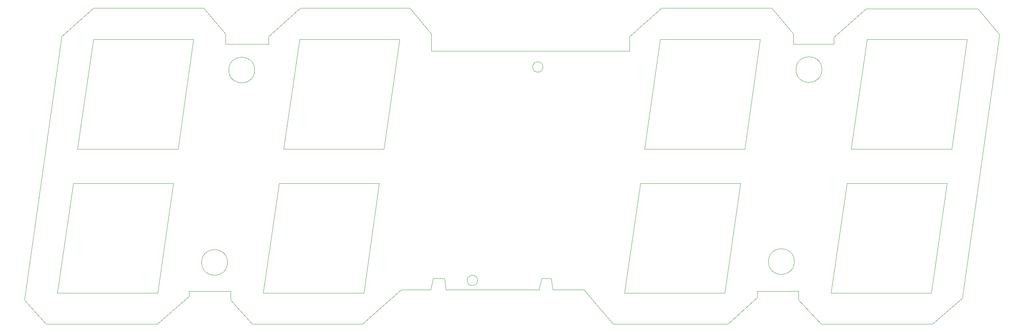
<source format=gm1>
G04 #@! TF.GenerationSoftware,KiCad,Pcbnew,9.0.1-unknown-1000.20250420git906ef8b.fc41*
G04 #@! TF.CreationDate,2025-04-27T16:22:33-07:00*
G04 #@! TF.ProjectId,2024-clock-retrofit,32303234-2d63-46c6-9f63-6b2d72657472,rev?*
G04 #@! TF.SameCoordinates,Original*
G04 #@! TF.FileFunction,Profile,NP*
%FSLAX46Y46*%
G04 Gerber Fmt 4.6, Leading zero omitted, Abs format (unit mm)*
G04 Created by KiCad (PCBNEW 9.0.1-unknown-1000.20250420git906ef8b.fc41) date 2025-04-27 16:22:33*
%MOMM*%
%LPD*%
G01*
G04 APERTURE LIST*
G04 #@! TA.AperFunction,Profile*
%ADD10C,0.050000*%
G04 #@! TD*
G04 APERTURE END LIST*
D10*
X119800000Y-126000000D02*
X119200000Y-128600000D01*
X77800000Y-136600000D02*
X103400000Y-136600000D01*
X239000000Y-103900000D02*
X235400000Y-129400000D01*
X80400000Y-129400000D02*
X84100000Y-103900000D01*
X210000000Y-77500000D02*
G75*
G02*
X204000000Y-77500000I-3000000J0D01*
G01*
X204000000Y-77500000D02*
G75*
G02*
X210000000Y-77500000I3000000J0D01*
G01*
X220500000Y-70500000D02*
X243700000Y-70500000D01*
X107300000Y-103900000D02*
X103700000Y-129400000D01*
X165400000Y-69800000D02*
X165400000Y-73200000D01*
X81600000Y-69800000D02*
X81600000Y-71600000D01*
X60600000Y-96000000D02*
X37300000Y-96000000D01*
X72800000Y-129000000D02*
X63200000Y-129000000D01*
X121000000Y-73200000D02*
X164400000Y-73200000D01*
X187500000Y-129400000D02*
X164200000Y-129400000D01*
X71600000Y-71600000D02*
X81200000Y-71600000D01*
X130100000Y-126500000D02*
G75*
G02*
X127700000Y-126500000I-1200000J0D01*
G01*
X127700000Y-126500000D02*
G75*
G02*
X130100000Y-126500000I1200000J0D01*
G01*
X195000000Y-129000000D02*
X195000000Y-130400000D01*
X203600000Y-122100000D02*
G75*
G02*
X197600000Y-122100000I-3000000J0D01*
G01*
X197600000Y-122100000D02*
G75*
G02*
X203600000Y-122100000I3000000J0D01*
G01*
X122400000Y-126000000D02*
X119800000Y-126000000D01*
X242600000Y-130600000D02*
X251200000Y-69400000D01*
X144400000Y-128600000D02*
X122800000Y-128600000D01*
X108400000Y-96000000D02*
X85100000Y-96000000D01*
X119200000Y-128600000D02*
X112400000Y-128600000D01*
X30000000Y-136600000D02*
X25000000Y-131000000D01*
X36300000Y-103900000D02*
X59500000Y-103900000D01*
X55900000Y-129400000D02*
X32600000Y-129400000D01*
X215800000Y-103900000D02*
X239000000Y-103900000D01*
X165400000Y-73200000D02*
X164400000Y-73200000D01*
X119400000Y-73200000D02*
X121000000Y-73200000D01*
X204600000Y-129000000D02*
X195000000Y-129000000D01*
X77800000Y-136600000D02*
X72800000Y-131000000D01*
X147200000Y-126000000D02*
X145000000Y-126000000D01*
X32600000Y-129400000D02*
X36300000Y-103900000D01*
X204600000Y-131000000D02*
X204600000Y-129000000D01*
X145000000Y-126000000D02*
X144400000Y-128600000D01*
X209800000Y-136600000D02*
X204600000Y-131000000D01*
X33600000Y-69800000D02*
X41000000Y-63200000D01*
X235400000Y-129400000D02*
X212100000Y-129400000D01*
X25000000Y-131000000D02*
X33600000Y-69800000D01*
X114400000Y-63200000D02*
X119400000Y-69200000D01*
X41000000Y-70500000D02*
X64200000Y-70500000D01*
X243700000Y-70500000D02*
X240100000Y-96000000D01*
X188200000Y-136600000D02*
X161600000Y-136600000D01*
X192100000Y-96000000D02*
X168800000Y-96000000D01*
X154800000Y-128600000D02*
X147600000Y-128600000D01*
X88800000Y-70500000D02*
X112000000Y-70500000D01*
X168800000Y-96000000D02*
X172500000Y-70500000D01*
X89000000Y-63200000D02*
X114400000Y-63200000D01*
X212100000Y-129400000D02*
X215800000Y-103900000D01*
X161600000Y-136600000D02*
X154800000Y-128600000D01*
X235600000Y-136600000D02*
X209800000Y-136600000D01*
X37300000Y-96000000D02*
X41000000Y-70500000D01*
X246200000Y-63400000D02*
X251200000Y-69400000D01*
X112000000Y-70500000D02*
X108400000Y-96000000D01*
X63200000Y-130200000D02*
X55800000Y-136600000D01*
X216800000Y-96000000D02*
X220500000Y-70500000D01*
X85100000Y-96000000D02*
X88800000Y-70500000D01*
X195000000Y-130400000D02*
X188200000Y-136600000D01*
X81600000Y-69800000D02*
X89000000Y-63200000D01*
X78400000Y-77600000D02*
G75*
G02*
X72400000Y-77600000I-3000000J0D01*
G01*
X72400000Y-77600000D02*
G75*
G02*
X78400000Y-77600000I3000000J0D01*
G01*
X203400000Y-71600000D02*
X212600000Y-71600000D01*
X84100000Y-103900000D02*
X107300000Y-103900000D01*
X195700000Y-70500000D02*
X192100000Y-96000000D01*
X164200000Y-129400000D02*
X167900000Y-103900000D01*
X81600000Y-71600000D02*
X81200000Y-71600000D01*
X55800000Y-136600000D02*
X30000000Y-136600000D01*
X122800000Y-128600000D02*
X122400000Y-126000000D01*
X212800000Y-71600000D02*
X212600000Y-71600000D01*
X212800000Y-70000000D02*
X220200000Y-63400000D01*
X119400000Y-69200000D02*
X119400000Y-73200000D01*
X242600000Y-130600000D02*
X235600000Y-136600000D01*
X240100000Y-96000000D02*
X216800000Y-96000000D01*
X165400000Y-69800000D02*
X172800000Y-63200000D01*
X167900000Y-103900000D02*
X191100000Y-103900000D01*
X172500000Y-70500000D02*
X195700000Y-70500000D01*
X64200000Y-70500000D02*
X60600000Y-96000000D01*
X172800000Y-63200000D02*
X198400000Y-63200000D01*
X212800000Y-70000000D02*
X212800000Y-71600000D01*
X112400000Y-128600000D02*
X103400000Y-136600000D01*
X66600000Y-63200000D02*
X71600000Y-69200000D01*
X191100000Y-103900000D02*
X187500000Y-129400000D01*
X59500000Y-103900000D02*
X55900000Y-129400000D01*
X103700000Y-129400000D02*
X80400000Y-129400000D01*
X203400000Y-69200000D02*
X203400000Y-71600000D01*
X71600000Y-69200000D02*
X71600000Y-71600000D01*
X145300000Y-76900000D02*
G75*
G02*
X142900000Y-76900000I-1200000J0D01*
G01*
X142900000Y-76900000D02*
G75*
G02*
X145300000Y-76900000I1200000J0D01*
G01*
X198400000Y-63200000D02*
X203400000Y-69200000D01*
X72100000Y-122300000D02*
G75*
G02*
X66100000Y-122300000I-3000000J0D01*
G01*
X66100000Y-122300000D02*
G75*
G02*
X72100000Y-122300000I3000000J0D01*
G01*
X72800000Y-131000000D02*
X72800000Y-129000000D01*
X147600000Y-128600000D02*
X147200000Y-126000000D01*
X63200000Y-129000000D02*
X63200000Y-130200000D01*
X41000000Y-63200000D02*
X66600000Y-63200000D01*
X246200000Y-63400000D02*
X220200000Y-63400000D01*
M02*

</source>
